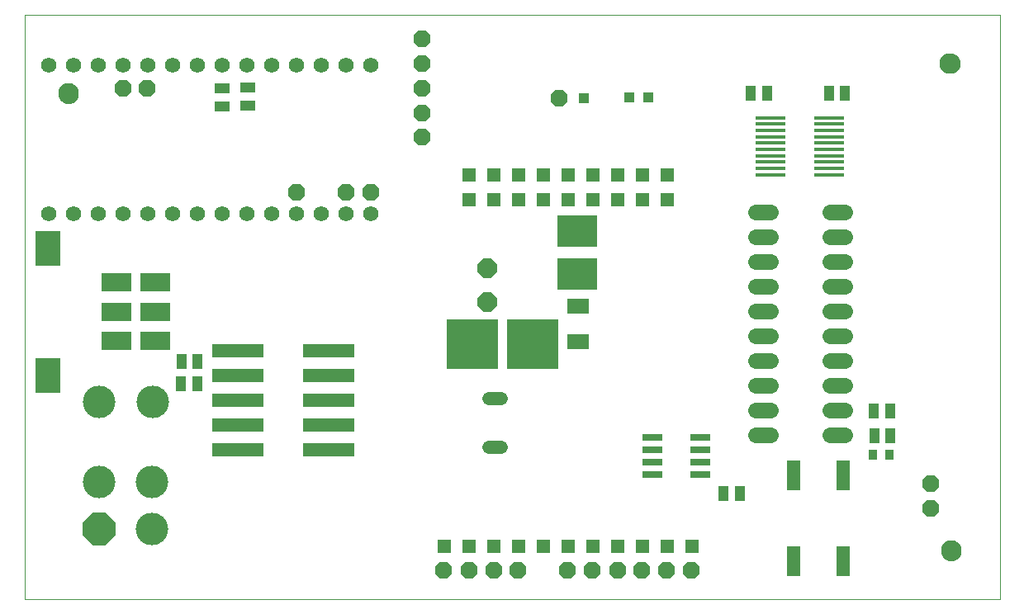
<source format=gts>
G75*
%MOIN*%
%OFA0B0*%
%FSLAX25Y25*%
%IPPOS*%
%LPD*%
%AMOC8*
5,1,8,0,0,1.08239X$1,22.5*
%
%ADD10C,0.00000*%
%ADD11C,0.08274*%
%ADD12R,0.20800X0.05600*%
%ADD13R,0.04000X0.06100*%
%ADD14R,0.08983X0.06384*%
%ADD15C,0.05400*%
%ADD16C,0.13100*%
%ADD17R,0.16148X0.12605*%
%ADD18OC8,0.08000*%
%ADD19R,0.05550X0.05550*%
%ADD20R,0.05518X0.12211*%
%ADD21R,0.03400X0.04100*%
%ADD22R,0.08200X0.02600*%
%ADD23R,0.10400X0.14180*%
%ADD24R,0.12211X0.07290*%
%ADD25C,0.06337*%
%ADD26OC8,0.13100*%
%ADD27R,0.20872X0.20085*%
%ADD28R,0.04337X0.04337*%
%ADD29R,0.12211X0.01384*%
%ADD30OC8,0.06700*%
%ADD31R,0.05900X0.04400*%
%ADD32C,0.06200*%
D10*
X0031328Y0025816D02*
X0031328Y0262036D01*
X0425028Y0262036D01*
X0425028Y0025816D01*
X0031328Y0025816D01*
X0045107Y0230146D02*
X0045109Y0230271D01*
X0045115Y0230396D01*
X0045125Y0230520D01*
X0045139Y0230644D01*
X0045156Y0230768D01*
X0045178Y0230891D01*
X0045204Y0231013D01*
X0045233Y0231135D01*
X0045266Y0231255D01*
X0045304Y0231374D01*
X0045344Y0231493D01*
X0045389Y0231609D01*
X0045437Y0231724D01*
X0045489Y0231838D01*
X0045545Y0231950D01*
X0045604Y0232060D01*
X0045666Y0232168D01*
X0045732Y0232275D01*
X0045801Y0232379D01*
X0045874Y0232480D01*
X0045949Y0232580D01*
X0046028Y0232677D01*
X0046110Y0232771D01*
X0046195Y0232863D01*
X0046282Y0232952D01*
X0046373Y0233038D01*
X0046466Y0233121D01*
X0046562Y0233202D01*
X0046660Y0233279D01*
X0046760Y0233353D01*
X0046863Y0233424D01*
X0046968Y0233491D01*
X0047076Y0233556D01*
X0047185Y0233616D01*
X0047296Y0233674D01*
X0047409Y0233727D01*
X0047523Y0233777D01*
X0047639Y0233824D01*
X0047756Y0233866D01*
X0047875Y0233905D01*
X0047995Y0233941D01*
X0048116Y0233972D01*
X0048238Y0234000D01*
X0048360Y0234023D01*
X0048484Y0234043D01*
X0048608Y0234059D01*
X0048732Y0234071D01*
X0048857Y0234079D01*
X0048982Y0234083D01*
X0049106Y0234083D01*
X0049231Y0234079D01*
X0049356Y0234071D01*
X0049480Y0234059D01*
X0049604Y0234043D01*
X0049728Y0234023D01*
X0049850Y0234000D01*
X0049972Y0233972D01*
X0050093Y0233941D01*
X0050213Y0233905D01*
X0050332Y0233866D01*
X0050449Y0233824D01*
X0050565Y0233777D01*
X0050679Y0233727D01*
X0050792Y0233674D01*
X0050903Y0233616D01*
X0051013Y0233556D01*
X0051120Y0233491D01*
X0051225Y0233424D01*
X0051328Y0233353D01*
X0051428Y0233279D01*
X0051526Y0233202D01*
X0051622Y0233121D01*
X0051715Y0233038D01*
X0051806Y0232952D01*
X0051893Y0232863D01*
X0051978Y0232771D01*
X0052060Y0232677D01*
X0052139Y0232580D01*
X0052214Y0232480D01*
X0052287Y0232379D01*
X0052356Y0232275D01*
X0052422Y0232168D01*
X0052484Y0232060D01*
X0052543Y0231950D01*
X0052599Y0231838D01*
X0052651Y0231724D01*
X0052699Y0231609D01*
X0052744Y0231493D01*
X0052784Y0231374D01*
X0052822Y0231255D01*
X0052855Y0231135D01*
X0052884Y0231013D01*
X0052910Y0230891D01*
X0052932Y0230768D01*
X0052949Y0230644D01*
X0052963Y0230520D01*
X0052973Y0230396D01*
X0052979Y0230271D01*
X0052981Y0230146D01*
X0052979Y0230021D01*
X0052973Y0229896D01*
X0052963Y0229772D01*
X0052949Y0229648D01*
X0052932Y0229524D01*
X0052910Y0229401D01*
X0052884Y0229279D01*
X0052855Y0229157D01*
X0052822Y0229037D01*
X0052784Y0228918D01*
X0052744Y0228799D01*
X0052699Y0228683D01*
X0052651Y0228568D01*
X0052599Y0228454D01*
X0052543Y0228342D01*
X0052484Y0228232D01*
X0052422Y0228124D01*
X0052356Y0228017D01*
X0052287Y0227913D01*
X0052214Y0227812D01*
X0052139Y0227712D01*
X0052060Y0227615D01*
X0051978Y0227521D01*
X0051893Y0227429D01*
X0051806Y0227340D01*
X0051715Y0227254D01*
X0051622Y0227171D01*
X0051526Y0227090D01*
X0051428Y0227013D01*
X0051328Y0226939D01*
X0051225Y0226868D01*
X0051120Y0226801D01*
X0051012Y0226736D01*
X0050903Y0226676D01*
X0050792Y0226618D01*
X0050679Y0226565D01*
X0050565Y0226515D01*
X0050449Y0226468D01*
X0050332Y0226426D01*
X0050213Y0226387D01*
X0050093Y0226351D01*
X0049972Y0226320D01*
X0049850Y0226292D01*
X0049728Y0226269D01*
X0049604Y0226249D01*
X0049480Y0226233D01*
X0049356Y0226221D01*
X0049231Y0226213D01*
X0049106Y0226209D01*
X0048982Y0226209D01*
X0048857Y0226213D01*
X0048732Y0226221D01*
X0048608Y0226233D01*
X0048484Y0226249D01*
X0048360Y0226269D01*
X0048238Y0226292D01*
X0048116Y0226320D01*
X0047995Y0226351D01*
X0047875Y0226387D01*
X0047756Y0226426D01*
X0047639Y0226468D01*
X0047523Y0226515D01*
X0047409Y0226565D01*
X0047296Y0226618D01*
X0047185Y0226676D01*
X0047075Y0226736D01*
X0046968Y0226801D01*
X0046863Y0226868D01*
X0046760Y0226939D01*
X0046660Y0227013D01*
X0046562Y0227090D01*
X0046466Y0227171D01*
X0046373Y0227254D01*
X0046282Y0227340D01*
X0046195Y0227429D01*
X0046110Y0227521D01*
X0046028Y0227615D01*
X0045949Y0227712D01*
X0045874Y0227812D01*
X0045801Y0227913D01*
X0045732Y0228017D01*
X0045666Y0228124D01*
X0045604Y0228232D01*
X0045545Y0228342D01*
X0045489Y0228454D01*
X0045437Y0228568D01*
X0045389Y0228683D01*
X0045344Y0228799D01*
X0045304Y0228918D01*
X0045266Y0229037D01*
X0045233Y0229157D01*
X0045204Y0229279D01*
X0045178Y0229401D01*
X0045156Y0229524D01*
X0045139Y0229648D01*
X0045125Y0229772D01*
X0045115Y0229896D01*
X0045109Y0230021D01*
X0045107Y0230146D01*
X0401013Y0242351D02*
X0401015Y0242476D01*
X0401021Y0242601D01*
X0401031Y0242725D01*
X0401045Y0242849D01*
X0401062Y0242973D01*
X0401084Y0243096D01*
X0401110Y0243218D01*
X0401139Y0243340D01*
X0401172Y0243460D01*
X0401210Y0243579D01*
X0401250Y0243698D01*
X0401295Y0243814D01*
X0401343Y0243929D01*
X0401395Y0244043D01*
X0401451Y0244155D01*
X0401510Y0244265D01*
X0401572Y0244373D01*
X0401638Y0244480D01*
X0401707Y0244584D01*
X0401780Y0244685D01*
X0401855Y0244785D01*
X0401934Y0244882D01*
X0402016Y0244976D01*
X0402101Y0245068D01*
X0402188Y0245157D01*
X0402279Y0245243D01*
X0402372Y0245326D01*
X0402468Y0245407D01*
X0402566Y0245484D01*
X0402666Y0245558D01*
X0402769Y0245629D01*
X0402874Y0245696D01*
X0402982Y0245761D01*
X0403091Y0245821D01*
X0403202Y0245879D01*
X0403315Y0245932D01*
X0403429Y0245982D01*
X0403545Y0246029D01*
X0403662Y0246071D01*
X0403781Y0246110D01*
X0403901Y0246146D01*
X0404022Y0246177D01*
X0404144Y0246205D01*
X0404266Y0246228D01*
X0404390Y0246248D01*
X0404514Y0246264D01*
X0404638Y0246276D01*
X0404763Y0246284D01*
X0404888Y0246288D01*
X0405012Y0246288D01*
X0405137Y0246284D01*
X0405262Y0246276D01*
X0405386Y0246264D01*
X0405510Y0246248D01*
X0405634Y0246228D01*
X0405756Y0246205D01*
X0405878Y0246177D01*
X0405999Y0246146D01*
X0406119Y0246110D01*
X0406238Y0246071D01*
X0406355Y0246029D01*
X0406471Y0245982D01*
X0406585Y0245932D01*
X0406698Y0245879D01*
X0406809Y0245821D01*
X0406919Y0245761D01*
X0407026Y0245696D01*
X0407131Y0245629D01*
X0407234Y0245558D01*
X0407334Y0245484D01*
X0407432Y0245407D01*
X0407528Y0245326D01*
X0407621Y0245243D01*
X0407712Y0245157D01*
X0407799Y0245068D01*
X0407884Y0244976D01*
X0407966Y0244882D01*
X0408045Y0244785D01*
X0408120Y0244685D01*
X0408193Y0244584D01*
X0408262Y0244480D01*
X0408328Y0244373D01*
X0408390Y0244265D01*
X0408449Y0244155D01*
X0408505Y0244043D01*
X0408557Y0243929D01*
X0408605Y0243814D01*
X0408650Y0243698D01*
X0408690Y0243579D01*
X0408728Y0243460D01*
X0408761Y0243340D01*
X0408790Y0243218D01*
X0408816Y0243096D01*
X0408838Y0242973D01*
X0408855Y0242849D01*
X0408869Y0242725D01*
X0408879Y0242601D01*
X0408885Y0242476D01*
X0408887Y0242351D01*
X0408885Y0242226D01*
X0408879Y0242101D01*
X0408869Y0241977D01*
X0408855Y0241853D01*
X0408838Y0241729D01*
X0408816Y0241606D01*
X0408790Y0241484D01*
X0408761Y0241362D01*
X0408728Y0241242D01*
X0408690Y0241123D01*
X0408650Y0241004D01*
X0408605Y0240888D01*
X0408557Y0240773D01*
X0408505Y0240659D01*
X0408449Y0240547D01*
X0408390Y0240437D01*
X0408328Y0240329D01*
X0408262Y0240222D01*
X0408193Y0240118D01*
X0408120Y0240017D01*
X0408045Y0239917D01*
X0407966Y0239820D01*
X0407884Y0239726D01*
X0407799Y0239634D01*
X0407712Y0239545D01*
X0407621Y0239459D01*
X0407528Y0239376D01*
X0407432Y0239295D01*
X0407334Y0239218D01*
X0407234Y0239144D01*
X0407131Y0239073D01*
X0407026Y0239006D01*
X0406918Y0238941D01*
X0406809Y0238881D01*
X0406698Y0238823D01*
X0406585Y0238770D01*
X0406471Y0238720D01*
X0406355Y0238673D01*
X0406238Y0238631D01*
X0406119Y0238592D01*
X0405999Y0238556D01*
X0405878Y0238525D01*
X0405756Y0238497D01*
X0405634Y0238474D01*
X0405510Y0238454D01*
X0405386Y0238438D01*
X0405262Y0238426D01*
X0405137Y0238418D01*
X0405012Y0238414D01*
X0404888Y0238414D01*
X0404763Y0238418D01*
X0404638Y0238426D01*
X0404514Y0238438D01*
X0404390Y0238454D01*
X0404266Y0238474D01*
X0404144Y0238497D01*
X0404022Y0238525D01*
X0403901Y0238556D01*
X0403781Y0238592D01*
X0403662Y0238631D01*
X0403545Y0238673D01*
X0403429Y0238720D01*
X0403315Y0238770D01*
X0403202Y0238823D01*
X0403091Y0238881D01*
X0402981Y0238941D01*
X0402874Y0239006D01*
X0402769Y0239073D01*
X0402666Y0239144D01*
X0402566Y0239218D01*
X0402468Y0239295D01*
X0402372Y0239376D01*
X0402279Y0239459D01*
X0402188Y0239545D01*
X0402101Y0239634D01*
X0402016Y0239726D01*
X0401934Y0239820D01*
X0401855Y0239917D01*
X0401780Y0240017D01*
X0401707Y0240118D01*
X0401638Y0240222D01*
X0401572Y0240329D01*
X0401510Y0240437D01*
X0401451Y0240547D01*
X0401395Y0240659D01*
X0401343Y0240773D01*
X0401295Y0240888D01*
X0401250Y0241004D01*
X0401210Y0241123D01*
X0401172Y0241242D01*
X0401139Y0241362D01*
X0401110Y0241484D01*
X0401084Y0241606D01*
X0401062Y0241729D01*
X0401045Y0241853D01*
X0401031Y0241977D01*
X0401021Y0242101D01*
X0401015Y0242226D01*
X0401013Y0242351D01*
X0401406Y0045501D02*
X0401408Y0045626D01*
X0401414Y0045751D01*
X0401424Y0045875D01*
X0401438Y0045999D01*
X0401455Y0046123D01*
X0401477Y0046246D01*
X0401503Y0046368D01*
X0401532Y0046490D01*
X0401565Y0046610D01*
X0401603Y0046729D01*
X0401643Y0046848D01*
X0401688Y0046964D01*
X0401736Y0047079D01*
X0401788Y0047193D01*
X0401844Y0047305D01*
X0401903Y0047415D01*
X0401965Y0047523D01*
X0402031Y0047630D01*
X0402100Y0047734D01*
X0402173Y0047835D01*
X0402248Y0047935D01*
X0402327Y0048032D01*
X0402409Y0048126D01*
X0402494Y0048218D01*
X0402581Y0048307D01*
X0402672Y0048393D01*
X0402765Y0048476D01*
X0402861Y0048557D01*
X0402959Y0048634D01*
X0403059Y0048708D01*
X0403162Y0048779D01*
X0403267Y0048846D01*
X0403375Y0048911D01*
X0403484Y0048971D01*
X0403595Y0049029D01*
X0403708Y0049082D01*
X0403822Y0049132D01*
X0403938Y0049179D01*
X0404055Y0049221D01*
X0404174Y0049260D01*
X0404294Y0049296D01*
X0404415Y0049327D01*
X0404537Y0049355D01*
X0404659Y0049378D01*
X0404783Y0049398D01*
X0404907Y0049414D01*
X0405031Y0049426D01*
X0405156Y0049434D01*
X0405281Y0049438D01*
X0405405Y0049438D01*
X0405530Y0049434D01*
X0405655Y0049426D01*
X0405779Y0049414D01*
X0405903Y0049398D01*
X0406027Y0049378D01*
X0406149Y0049355D01*
X0406271Y0049327D01*
X0406392Y0049296D01*
X0406512Y0049260D01*
X0406631Y0049221D01*
X0406748Y0049179D01*
X0406864Y0049132D01*
X0406978Y0049082D01*
X0407091Y0049029D01*
X0407202Y0048971D01*
X0407312Y0048911D01*
X0407419Y0048846D01*
X0407524Y0048779D01*
X0407627Y0048708D01*
X0407727Y0048634D01*
X0407825Y0048557D01*
X0407921Y0048476D01*
X0408014Y0048393D01*
X0408105Y0048307D01*
X0408192Y0048218D01*
X0408277Y0048126D01*
X0408359Y0048032D01*
X0408438Y0047935D01*
X0408513Y0047835D01*
X0408586Y0047734D01*
X0408655Y0047630D01*
X0408721Y0047523D01*
X0408783Y0047415D01*
X0408842Y0047305D01*
X0408898Y0047193D01*
X0408950Y0047079D01*
X0408998Y0046964D01*
X0409043Y0046848D01*
X0409083Y0046729D01*
X0409121Y0046610D01*
X0409154Y0046490D01*
X0409183Y0046368D01*
X0409209Y0046246D01*
X0409231Y0046123D01*
X0409248Y0045999D01*
X0409262Y0045875D01*
X0409272Y0045751D01*
X0409278Y0045626D01*
X0409280Y0045501D01*
X0409278Y0045376D01*
X0409272Y0045251D01*
X0409262Y0045127D01*
X0409248Y0045003D01*
X0409231Y0044879D01*
X0409209Y0044756D01*
X0409183Y0044634D01*
X0409154Y0044512D01*
X0409121Y0044392D01*
X0409083Y0044273D01*
X0409043Y0044154D01*
X0408998Y0044038D01*
X0408950Y0043923D01*
X0408898Y0043809D01*
X0408842Y0043697D01*
X0408783Y0043587D01*
X0408721Y0043479D01*
X0408655Y0043372D01*
X0408586Y0043268D01*
X0408513Y0043167D01*
X0408438Y0043067D01*
X0408359Y0042970D01*
X0408277Y0042876D01*
X0408192Y0042784D01*
X0408105Y0042695D01*
X0408014Y0042609D01*
X0407921Y0042526D01*
X0407825Y0042445D01*
X0407727Y0042368D01*
X0407627Y0042294D01*
X0407524Y0042223D01*
X0407419Y0042156D01*
X0407311Y0042091D01*
X0407202Y0042031D01*
X0407091Y0041973D01*
X0406978Y0041920D01*
X0406864Y0041870D01*
X0406748Y0041823D01*
X0406631Y0041781D01*
X0406512Y0041742D01*
X0406392Y0041706D01*
X0406271Y0041675D01*
X0406149Y0041647D01*
X0406027Y0041624D01*
X0405903Y0041604D01*
X0405779Y0041588D01*
X0405655Y0041576D01*
X0405530Y0041568D01*
X0405405Y0041564D01*
X0405281Y0041564D01*
X0405156Y0041568D01*
X0405031Y0041576D01*
X0404907Y0041588D01*
X0404783Y0041604D01*
X0404659Y0041624D01*
X0404537Y0041647D01*
X0404415Y0041675D01*
X0404294Y0041706D01*
X0404174Y0041742D01*
X0404055Y0041781D01*
X0403938Y0041823D01*
X0403822Y0041870D01*
X0403708Y0041920D01*
X0403595Y0041973D01*
X0403484Y0042031D01*
X0403374Y0042091D01*
X0403267Y0042156D01*
X0403162Y0042223D01*
X0403059Y0042294D01*
X0402959Y0042368D01*
X0402861Y0042445D01*
X0402765Y0042526D01*
X0402672Y0042609D01*
X0402581Y0042695D01*
X0402494Y0042784D01*
X0402409Y0042876D01*
X0402327Y0042970D01*
X0402248Y0043067D01*
X0402173Y0043167D01*
X0402100Y0043268D01*
X0402031Y0043372D01*
X0401965Y0043479D01*
X0401903Y0043587D01*
X0401844Y0043697D01*
X0401788Y0043809D01*
X0401736Y0043923D01*
X0401688Y0044038D01*
X0401643Y0044154D01*
X0401603Y0044273D01*
X0401565Y0044392D01*
X0401532Y0044512D01*
X0401503Y0044634D01*
X0401477Y0044756D01*
X0401455Y0044879D01*
X0401438Y0045003D01*
X0401424Y0045127D01*
X0401414Y0045251D01*
X0401408Y0045376D01*
X0401406Y0045501D01*
D11*
X0405343Y0045501D03*
X0404950Y0242351D03*
X0049044Y0230146D03*
D12*
X0117455Y0126249D03*
X0117455Y0116249D03*
X0117455Y0106249D03*
X0117455Y0096249D03*
X0117455Y0086249D03*
X0154255Y0086249D03*
X0154255Y0096249D03*
X0154255Y0106249D03*
X0154255Y0116249D03*
X0154255Y0126249D03*
D13*
X0101299Y0121879D03*
X0094899Y0121879D03*
X0094624Y0113020D03*
X0101024Y0113020D03*
X0313639Y0068414D03*
X0320039Y0068414D03*
X0374387Y0092036D03*
X0380787Y0092036D03*
X0380669Y0101800D03*
X0374269Y0101800D03*
X0362480Y0230146D03*
X0356080Y0230146D03*
X0330984Y0230146D03*
X0324584Y0230146D03*
D14*
X0254831Y0144276D03*
X0254831Y0129792D03*
D15*
X0223709Y0106879D02*
X0218709Y0106879D01*
X0218709Y0087194D02*
X0223709Y0087194D01*
D16*
X0082902Y0073178D03*
X0061446Y0073178D03*
X0082902Y0054280D03*
X0083060Y0105619D03*
X0061406Y0105619D03*
D17*
X0254517Y0157194D03*
X0254517Y0174517D03*
D18*
X0218099Y0159438D03*
X0218099Y0146013D03*
D19*
X0220678Y0187391D03*
X0230678Y0187391D03*
X0230678Y0197391D03*
X0220678Y0197391D03*
X0210678Y0197391D03*
X0210678Y0187391D03*
X0240678Y0187391D03*
X0250678Y0187391D03*
X0260678Y0187391D03*
X0270678Y0187391D03*
X0280678Y0187391D03*
X0290678Y0187391D03*
X0290678Y0197391D03*
X0280678Y0197391D03*
X0270678Y0197391D03*
X0260678Y0197391D03*
X0250678Y0197391D03*
X0240678Y0197391D03*
X0240678Y0047391D03*
X0250678Y0047391D03*
X0260678Y0047391D03*
X0270678Y0047391D03*
X0280678Y0047391D03*
X0290678Y0047391D03*
X0300678Y0047391D03*
X0230678Y0047391D03*
X0220678Y0047391D03*
X0210678Y0047391D03*
X0200678Y0047391D03*
D20*
X0341879Y0041288D03*
X0361879Y0041288D03*
X0361879Y0075973D03*
X0341879Y0075934D03*
D21*
X0373933Y0084162D03*
X0380533Y0084162D03*
D22*
X0304098Y0086347D03*
X0304098Y0091347D03*
X0304098Y0081347D03*
X0304098Y0076347D03*
X0284698Y0076347D03*
X0284698Y0081347D03*
X0284698Y0086347D03*
X0284698Y0091347D03*
D23*
X0040973Y0116367D03*
X0040973Y0167548D03*
D24*
X0068335Y0153769D03*
X0084083Y0153769D03*
X0084083Y0141957D03*
X0068335Y0141957D03*
X0068335Y0130146D03*
X0084083Y0130146D03*
D25*
X0326509Y0132115D02*
X0332446Y0132115D01*
X0332446Y0142115D02*
X0326509Y0142115D01*
X0326509Y0152115D02*
X0332446Y0152115D01*
X0332446Y0162115D02*
X0326509Y0162115D01*
X0326509Y0172115D02*
X0332446Y0172115D01*
X0332446Y0182115D02*
X0326509Y0182115D01*
X0356509Y0182115D02*
X0362446Y0182115D01*
X0362446Y0172115D02*
X0356509Y0172115D01*
X0356509Y0162115D02*
X0362446Y0162115D01*
X0362446Y0152115D02*
X0356509Y0152115D01*
X0356509Y0142115D02*
X0362446Y0142115D01*
X0362446Y0132115D02*
X0356509Y0132115D01*
X0356509Y0122115D02*
X0362446Y0122115D01*
X0362446Y0112115D02*
X0356509Y0112115D01*
X0356509Y0102115D02*
X0362446Y0102115D01*
X0362446Y0092115D02*
X0356509Y0092115D01*
X0332446Y0092115D02*
X0326509Y0092115D01*
X0326509Y0102115D02*
X0332446Y0102115D01*
X0332446Y0112115D02*
X0326509Y0112115D01*
X0326509Y0122115D02*
X0332446Y0122115D01*
D26*
X0061446Y0054280D03*
D27*
X0212036Y0128965D03*
X0236446Y0128965D03*
D28*
X0257312Y0228178D03*
X0275422Y0228572D03*
X0283296Y0228572D03*
D29*
X0332509Y0220402D03*
X0332509Y0217843D03*
X0332509Y0215284D03*
X0332509Y0212725D03*
X0332509Y0210166D03*
X0332509Y0207607D03*
X0332509Y0205048D03*
X0332509Y0202489D03*
X0332509Y0199930D03*
X0332509Y0197371D03*
X0356131Y0197371D03*
X0356131Y0199930D03*
X0356131Y0202489D03*
X0356131Y0205048D03*
X0356131Y0207607D03*
X0356131Y0210166D03*
X0356131Y0212725D03*
X0356131Y0215284D03*
X0356131Y0217843D03*
X0356131Y0220402D03*
D30*
X0247076Y0228178D03*
X0191957Y0232115D03*
X0191957Y0222272D03*
X0191957Y0212430D03*
X0171091Y0190383D03*
X0161249Y0190383D03*
X0141170Y0190383D03*
X0080934Y0232115D03*
X0071091Y0232115D03*
X0191957Y0242351D03*
X0191957Y0252194D03*
X0397076Y0072666D03*
X0397076Y0062430D03*
X0300619Y0037627D03*
X0290383Y0037627D03*
X0280540Y0037627D03*
X0270698Y0037627D03*
X0260461Y0037627D03*
X0250619Y0037627D03*
X0230540Y0037627D03*
X0220698Y0037627D03*
X0210855Y0037627D03*
X0200619Y0037627D03*
D31*
X0111249Y0224872D03*
X0121485Y0225265D03*
X0121485Y0232665D03*
X0111249Y0232272D03*
D32*
X0111209Y0241603D03*
X0101209Y0241603D03*
X0091209Y0241603D03*
X0081209Y0241603D03*
X0071209Y0241603D03*
X0061209Y0241603D03*
X0051209Y0241603D03*
X0041209Y0241603D03*
X0121209Y0241603D03*
X0131209Y0241603D03*
X0141209Y0241603D03*
X0151209Y0241603D03*
X0161209Y0241603D03*
X0171209Y0241603D03*
X0171209Y0181603D03*
X0161209Y0181603D03*
X0151209Y0181603D03*
X0141209Y0181603D03*
X0131209Y0181603D03*
X0121209Y0181603D03*
X0111209Y0181603D03*
X0101209Y0181603D03*
X0091209Y0181603D03*
X0081209Y0181603D03*
X0071209Y0181603D03*
X0061209Y0181603D03*
X0051209Y0181603D03*
X0041209Y0181603D03*
M02*

</source>
